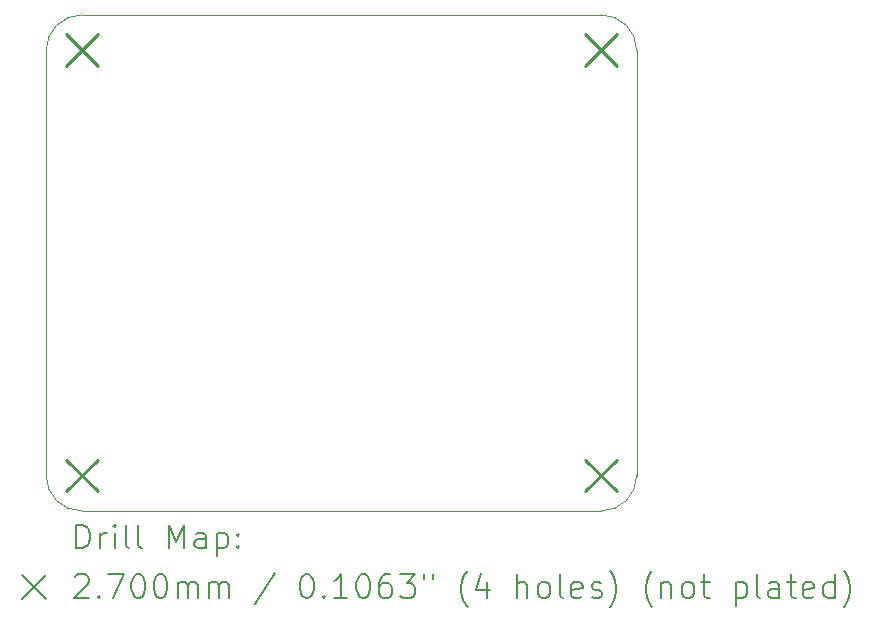
<source format=gbr>
%TF.GenerationSoftware,KiCad,Pcbnew,8.0.5-8.0.5-0~ubuntu24.04.1*%
%TF.CreationDate,2024-09-23T22:22:19+02:00*%
%TF.ProjectId,prova_fpga,70726f76-615f-4667-9067-612e6b696361,1.0*%
%TF.SameCoordinates,Original*%
%TF.FileFunction,Drillmap*%
%TF.FilePolarity,Positive*%
%FSLAX45Y45*%
G04 Gerber Fmt 4.5, Leading zero omitted, Abs format (unit mm)*
G04 Created by KiCad (PCBNEW 8.0.5-8.0.5-0~ubuntu24.04.1) date 2024-09-23 22:22:19*
%MOMM*%
%LPD*%
G01*
G04 APERTURE LIST*
%ADD10C,0.100000*%
%ADD11C,0.200000*%
%ADD12C,0.270000*%
G04 APERTURE END LIST*
D10*
X15750000Y-13000000D02*
G75*
G02*
X15450000Y-13300000I-300000J0D01*
G01*
X10750000Y-9400000D02*
G75*
G02*
X11050000Y-9100000I300000J0D01*
G01*
X11050000Y-9100000D02*
X15450000Y-9100000D01*
X11050000Y-13300000D02*
G75*
G02*
X10750000Y-13000000I0J300000D01*
G01*
X15750000Y-13000000D02*
X15750000Y-9400000D01*
X10750000Y-13000000D02*
X10750000Y-9400000D01*
X11050000Y-13300000D02*
X15450000Y-13300000D01*
X15450000Y-9100000D02*
G75*
G02*
X15750000Y-9400000I0J-300000D01*
G01*
D11*
D12*
X10915000Y-9265000D02*
X11185000Y-9535000D01*
X11185000Y-9265000D02*
X10915000Y-9535000D01*
X10915000Y-12865000D02*
X11185000Y-13135000D01*
X11185000Y-12865000D02*
X10915000Y-13135000D01*
X15315000Y-9265000D02*
X15585000Y-9535000D01*
X15585000Y-9265000D02*
X15315000Y-9535000D01*
X15315000Y-12865000D02*
X15585000Y-13135000D01*
X15585000Y-12865000D02*
X15315000Y-13135000D01*
D11*
X11005777Y-13616484D02*
X11005777Y-13416484D01*
X11005777Y-13416484D02*
X11053396Y-13416484D01*
X11053396Y-13416484D02*
X11081967Y-13426008D01*
X11081967Y-13426008D02*
X11101015Y-13445055D01*
X11101015Y-13445055D02*
X11110539Y-13464103D01*
X11110539Y-13464103D02*
X11120063Y-13502198D01*
X11120063Y-13502198D02*
X11120063Y-13530769D01*
X11120063Y-13530769D02*
X11110539Y-13568865D01*
X11110539Y-13568865D02*
X11101015Y-13587912D01*
X11101015Y-13587912D02*
X11081967Y-13606960D01*
X11081967Y-13606960D02*
X11053396Y-13616484D01*
X11053396Y-13616484D02*
X11005777Y-13616484D01*
X11205777Y-13616484D02*
X11205777Y-13483150D01*
X11205777Y-13521246D02*
X11215301Y-13502198D01*
X11215301Y-13502198D02*
X11224824Y-13492674D01*
X11224824Y-13492674D02*
X11243872Y-13483150D01*
X11243872Y-13483150D02*
X11262920Y-13483150D01*
X11329586Y-13616484D02*
X11329586Y-13483150D01*
X11329586Y-13416484D02*
X11320062Y-13426008D01*
X11320062Y-13426008D02*
X11329586Y-13435531D01*
X11329586Y-13435531D02*
X11339110Y-13426008D01*
X11339110Y-13426008D02*
X11329586Y-13416484D01*
X11329586Y-13416484D02*
X11329586Y-13435531D01*
X11453396Y-13616484D02*
X11434348Y-13606960D01*
X11434348Y-13606960D02*
X11424824Y-13587912D01*
X11424824Y-13587912D02*
X11424824Y-13416484D01*
X11558158Y-13616484D02*
X11539110Y-13606960D01*
X11539110Y-13606960D02*
X11529586Y-13587912D01*
X11529586Y-13587912D02*
X11529586Y-13416484D01*
X11786729Y-13616484D02*
X11786729Y-13416484D01*
X11786729Y-13416484D02*
X11853396Y-13559341D01*
X11853396Y-13559341D02*
X11920062Y-13416484D01*
X11920062Y-13416484D02*
X11920062Y-13616484D01*
X12101015Y-13616484D02*
X12101015Y-13511722D01*
X12101015Y-13511722D02*
X12091491Y-13492674D01*
X12091491Y-13492674D02*
X12072443Y-13483150D01*
X12072443Y-13483150D02*
X12034348Y-13483150D01*
X12034348Y-13483150D02*
X12015301Y-13492674D01*
X12101015Y-13606960D02*
X12081967Y-13616484D01*
X12081967Y-13616484D02*
X12034348Y-13616484D01*
X12034348Y-13616484D02*
X12015301Y-13606960D01*
X12015301Y-13606960D02*
X12005777Y-13587912D01*
X12005777Y-13587912D02*
X12005777Y-13568865D01*
X12005777Y-13568865D02*
X12015301Y-13549817D01*
X12015301Y-13549817D02*
X12034348Y-13540293D01*
X12034348Y-13540293D02*
X12081967Y-13540293D01*
X12081967Y-13540293D02*
X12101015Y-13530769D01*
X12196253Y-13483150D02*
X12196253Y-13683150D01*
X12196253Y-13492674D02*
X12215301Y-13483150D01*
X12215301Y-13483150D02*
X12253396Y-13483150D01*
X12253396Y-13483150D02*
X12272443Y-13492674D01*
X12272443Y-13492674D02*
X12281967Y-13502198D01*
X12281967Y-13502198D02*
X12291491Y-13521246D01*
X12291491Y-13521246D02*
X12291491Y-13578388D01*
X12291491Y-13578388D02*
X12281967Y-13597436D01*
X12281967Y-13597436D02*
X12272443Y-13606960D01*
X12272443Y-13606960D02*
X12253396Y-13616484D01*
X12253396Y-13616484D02*
X12215301Y-13616484D01*
X12215301Y-13616484D02*
X12196253Y-13606960D01*
X12377205Y-13597436D02*
X12386729Y-13606960D01*
X12386729Y-13606960D02*
X12377205Y-13616484D01*
X12377205Y-13616484D02*
X12367682Y-13606960D01*
X12367682Y-13606960D02*
X12377205Y-13597436D01*
X12377205Y-13597436D02*
X12377205Y-13616484D01*
X12377205Y-13492674D02*
X12386729Y-13502198D01*
X12386729Y-13502198D02*
X12377205Y-13511722D01*
X12377205Y-13511722D02*
X12367682Y-13502198D01*
X12367682Y-13502198D02*
X12377205Y-13492674D01*
X12377205Y-13492674D02*
X12377205Y-13511722D01*
X10545000Y-13845000D02*
X10745000Y-14045000D01*
X10745000Y-13845000D02*
X10545000Y-14045000D01*
X10996253Y-13855531D02*
X11005777Y-13846008D01*
X11005777Y-13846008D02*
X11024824Y-13836484D01*
X11024824Y-13836484D02*
X11072444Y-13836484D01*
X11072444Y-13836484D02*
X11091491Y-13846008D01*
X11091491Y-13846008D02*
X11101015Y-13855531D01*
X11101015Y-13855531D02*
X11110539Y-13874579D01*
X11110539Y-13874579D02*
X11110539Y-13893627D01*
X11110539Y-13893627D02*
X11101015Y-13922198D01*
X11101015Y-13922198D02*
X10986729Y-14036484D01*
X10986729Y-14036484D02*
X11110539Y-14036484D01*
X11196253Y-14017436D02*
X11205777Y-14026960D01*
X11205777Y-14026960D02*
X11196253Y-14036484D01*
X11196253Y-14036484D02*
X11186729Y-14026960D01*
X11186729Y-14026960D02*
X11196253Y-14017436D01*
X11196253Y-14017436D02*
X11196253Y-14036484D01*
X11272443Y-13836484D02*
X11405777Y-13836484D01*
X11405777Y-13836484D02*
X11320062Y-14036484D01*
X11520062Y-13836484D02*
X11539110Y-13836484D01*
X11539110Y-13836484D02*
X11558158Y-13846008D01*
X11558158Y-13846008D02*
X11567682Y-13855531D01*
X11567682Y-13855531D02*
X11577205Y-13874579D01*
X11577205Y-13874579D02*
X11586729Y-13912674D01*
X11586729Y-13912674D02*
X11586729Y-13960293D01*
X11586729Y-13960293D02*
X11577205Y-13998388D01*
X11577205Y-13998388D02*
X11567682Y-14017436D01*
X11567682Y-14017436D02*
X11558158Y-14026960D01*
X11558158Y-14026960D02*
X11539110Y-14036484D01*
X11539110Y-14036484D02*
X11520062Y-14036484D01*
X11520062Y-14036484D02*
X11501015Y-14026960D01*
X11501015Y-14026960D02*
X11491491Y-14017436D01*
X11491491Y-14017436D02*
X11481967Y-13998388D01*
X11481967Y-13998388D02*
X11472443Y-13960293D01*
X11472443Y-13960293D02*
X11472443Y-13912674D01*
X11472443Y-13912674D02*
X11481967Y-13874579D01*
X11481967Y-13874579D02*
X11491491Y-13855531D01*
X11491491Y-13855531D02*
X11501015Y-13846008D01*
X11501015Y-13846008D02*
X11520062Y-13836484D01*
X11710539Y-13836484D02*
X11729586Y-13836484D01*
X11729586Y-13836484D02*
X11748634Y-13846008D01*
X11748634Y-13846008D02*
X11758158Y-13855531D01*
X11758158Y-13855531D02*
X11767682Y-13874579D01*
X11767682Y-13874579D02*
X11777205Y-13912674D01*
X11777205Y-13912674D02*
X11777205Y-13960293D01*
X11777205Y-13960293D02*
X11767682Y-13998388D01*
X11767682Y-13998388D02*
X11758158Y-14017436D01*
X11758158Y-14017436D02*
X11748634Y-14026960D01*
X11748634Y-14026960D02*
X11729586Y-14036484D01*
X11729586Y-14036484D02*
X11710539Y-14036484D01*
X11710539Y-14036484D02*
X11691491Y-14026960D01*
X11691491Y-14026960D02*
X11681967Y-14017436D01*
X11681967Y-14017436D02*
X11672443Y-13998388D01*
X11672443Y-13998388D02*
X11662920Y-13960293D01*
X11662920Y-13960293D02*
X11662920Y-13912674D01*
X11662920Y-13912674D02*
X11672443Y-13874579D01*
X11672443Y-13874579D02*
X11681967Y-13855531D01*
X11681967Y-13855531D02*
X11691491Y-13846008D01*
X11691491Y-13846008D02*
X11710539Y-13836484D01*
X11862920Y-14036484D02*
X11862920Y-13903150D01*
X11862920Y-13922198D02*
X11872443Y-13912674D01*
X11872443Y-13912674D02*
X11891491Y-13903150D01*
X11891491Y-13903150D02*
X11920063Y-13903150D01*
X11920063Y-13903150D02*
X11939110Y-13912674D01*
X11939110Y-13912674D02*
X11948634Y-13931722D01*
X11948634Y-13931722D02*
X11948634Y-14036484D01*
X11948634Y-13931722D02*
X11958158Y-13912674D01*
X11958158Y-13912674D02*
X11977205Y-13903150D01*
X11977205Y-13903150D02*
X12005777Y-13903150D01*
X12005777Y-13903150D02*
X12024824Y-13912674D01*
X12024824Y-13912674D02*
X12034348Y-13931722D01*
X12034348Y-13931722D02*
X12034348Y-14036484D01*
X12129586Y-14036484D02*
X12129586Y-13903150D01*
X12129586Y-13922198D02*
X12139110Y-13912674D01*
X12139110Y-13912674D02*
X12158158Y-13903150D01*
X12158158Y-13903150D02*
X12186729Y-13903150D01*
X12186729Y-13903150D02*
X12205777Y-13912674D01*
X12205777Y-13912674D02*
X12215301Y-13931722D01*
X12215301Y-13931722D02*
X12215301Y-14036484D01*
X12215301Y-13931722D02*
X12224824Y-13912674D01*
X12224824Y-13912674D02*
X12243872Y-13903150D01*
X12243872Y-13903150D02*
X12272443Y-13903150D01*
X12272443Y-13903150D02*
X12291491Y-13912674D01*
X12291491Y-13912674D02*
X12301015Y-13931722D01*
X12301015Y-13931722D02*
X12301015Y-14036484D01*
X12691491Y-13826960D02*
X12520063Y-14084103D01*
X12948634Y-13836484D02*
X12967682Y-13836484D01*
X12967682Y-13836484D02*
X12986729Y-13846008D01*
X12986729Y-13846008D02*
X12996253Y-13855531D01*
X12996253Y-13855531D02*
X13005777Y-13874579D01*
X13005777Y-13874579D02*
X13015301Y-13912674D01*
X13015301Y-13912674D02*
X13015301Y-13960293D01*
X13015301Y-13960293D02*
X13005777Y-13998388D01*
X13005777Y-13998388D02*
X12996253Y-14017436D01*
X12996253Y-14017436D02*
X12986729Y-14026960D01*
X12986729Y-14026960D02*
X12967682Y-14036484D01*
X12967682Y-14036484D02*
X12948634Y-14036484D01*
X12948634Y-14036484D02*
X12929586Y-14026960D01*
X12929586Y-14026960D02*
X12920063Y-14017436D01*
X12920063Y-14017436D02*
X12910539Y-13998388D01*
X12910539Y-13998388D02*
X12901015Y-13960293D01*
X12901015Y-13960293D02*
X12901015Y-13912674D01*
X12901015Y-13912674D02*
X12910539Y-13874579D01*
X12910539Y-13874579D02*
X12920063Y-13855531D01*
X12920063Y-13855531D02*
X12929586Y-13846008D01*
X12929586Y-13846008D02*
X12948634Y-13836484D01*
X13101015Y-14017436D02*
X13110539Y-14026960D01*
X13110539Y-14026960D02*
X13101015Y-14036484D01*
X13101015Y-14036484D02*
X13091491Y-14026960D01*
X13091491Y-14026960D02*
X13101015Y-14017436D01*
X13101015Y-14017436D02*
X13101015Y-14036484D01*
X13301015Y-14036484D02*
X13186729Y-14036484D01*
X13243872Y-14036484D02*
X13243872Y-13836484D01*
X13243872Y-13836484D02*
X13224825Y-13865055D01*
X13224825Y-13865055D02*
X13205777Y-13884103D01*
X13205777Y-13884103D02*
X13186729Y-13893627D01*
X13424825Y-13836484D02*
X13443872Y-13836484D01*
X13443872Y-13836484D02*
X13462920Y-13846008D01*
X13462920Y-13846008D02*
X13472444Y-13855531D01*
X13472444Y-13855531D02*
X13481967Y-13874579D01*
X13481967Y-13874579D02*
X13491491Y-13912674D01*
X13491491Y-13912674D02*
X13491491Y-13960293D01*
X13491491Y-13960293D02*
X13481967Y-13998388D01*
X13481967Y-13998388D02*
X13472444Y-14017436D01*
X13472444Y-14017436D02*
X13462920Y-14026960D01*
X13462920Y-14026960D02*
X13443872Y-14036484D01*
X13443872Y-14036484D02*
X13424825Y-14036484D01*
X13424825Y-14036484D02*
X13405777Y-14026960D01*
X13405777Y-14026960D02*
X13396253Y-14017436D01*
X13396253Y-14017436D02*
X13386729Y-13998388D01*
X13386729Y-13998388D02*
X13377206Y-13960293D01*
X13377206Y-13960293D02*
X13377206Y-13912674D01*
X13377206Y-13912674D02*
X13386729Y-13874579D01*
X13386729Y-13874579D02*
X13396253Y-13855531D01*
X13396253Y-13855531D02*
X13405777Y-13846008D01*
X13405777Y-13846008D02*
X13424825Y-13836484D01*
X13662920Y-13836484D02*
X13624825Y-13836484D01*
X13624825Y-13836484D02*
X13605777Y-13846008D01*
X13605777Y-13846008D02*
X13596253Y-13855531D01*
X13596253Y-13855531D02*
X13577206Y-13884103D01*
X13577206Y-13884103D02*
X13567682Y-13922198D01*
X13567682Y-13922198D02*
X13567682Y-13998388D01*
X13567682Y-13998388D02*
X13577206Y-14017436D01*
X13577206Y-14017436D02*
X13586729Y-14026960D01*
X13586729Y-14026960D02*
X13605777Y-14036484D01*
X13605777Y-14036484D02*
X13643872Y-14036484D01*
X13643872Y-14036484D02*
X13662920Y-14026960D01*
X13662920Y-14026960D02*
X13672444Y-14017436D01*
X13672444Y-14017436D02*
X13681967Y-13998388D01*
X13681967Y-13998388D02*
X13681967Y-13950769D01*
X13681967Y-13950769D02*
X13672444Y-13931722D01*
X13672444Y-13931722D02*
X13662920Y-13922198D01*
X13662920Y-13922198D02*
X13643872Y-13912674D01*
X13643872Y-13912674D02*
X13605777Y-13912674D01*
X13605777Y-13912674D02*
X13586729Y-13922198D01*
X13586729Y-13922198D02*
X13577206Y-13931722D01*
X13577206Y-13931722D02*
X13567682Y-13950769D01*
X13748634Y-13836484D02*
X13872444Y-13836484D01*
X13872444Y-13836484D02*
X13805777Y-13912674D01*
X13805777Y-13912674D02*
X13834348Y-13912674D01*
X13834348Y-13912674D02*
X13853396Y-13922198D01*
X13853396Y-13922198D02*
X13862920Y-13931722D01*
X13862920Y-13931722D02*
X13872444Y-13950769D01*
X13872444Y-13950769D02*
X13872444Y-13998388D01*
X13872444Y-13998388D02*
X13862920Y-14017436D01*
X13862920Y-14017436D02*
X13853396Y-14026960D01*
X13853396Y-14026960D02*
X13834348Y-14036484D01*
X13834348Y-14036484D02*
X13777206Y-14036484D01*
X13777206Y-14036484D02*
X13758158Y-14026960D01*
X13758158Y-14026960D02*
X13748634Y-14017436D01*
X13948634Y-13836484D02*
X13948634Y-13874579D01*
X14024825Y-13836484D02*
X14024825Y-13874579D01*
X14320063Y-14112674D02*
X14310539Y-14103150D01*
X14310539Y-14103150D02*
X14291491Y-14074579D01*
X14291491Y-14074579D02*
X14281968Y-14055531D01*
X14281968Y-14055531D02*
X14272444Y-14026960D01*
X14272444Y-14026960D02*
X14262920Y-13979341D01*
X14262920Y-13979341D02*
X14262920Y-13941246D01*
X14262920Y-13941246D02*
X14272444Y-13893627D01*
X14272444Y-13893627D02*
X14281968Y-13865055D01*
X14281968Y-13865055D02*
X14291491Y-13846008D01*
X14291491Y-13846008D02*
X14310539Y-13817436D01*
X14310539Y-13817436D02*
X14320063Y-13807912D01*
X14481968Y-13903150D02*
X14481968Y-14036484D01*
X14434348Y-13826960D02*
X14386729Y-13969817D01*
X14386729Y-13969817D02*
X14510539Y-13969817D01*
X14739110Y-14036484D02*
X14739110Y-13836484D01*
X14824825Y-14036484D02*
X14824825Y-13931722D01*
X14824825Y-13931722D02*
X14815301Y-13912674D01*
X14815301Y-13912674D02*
X14796253Y-13903150D01*
X14796253Y-13903150D02*
X14767682Y-13903150D01*
X14767682Y-13903150D02*
X14748634Y-13912674D01*
X14748634Y-13912674D02*
X14739110Y-13922198D01*
X14948634Y-14036484D02*
X14929587Y-14026960D01*
X14929587Y-14026960D02*
X14920063Y-14017436D01*
X14920063Y-14017436D02*
X14910539Y-13998388D01*
X14910539Y-13998388D02*
X14910539Y-13941246D01*
X14910539Y-13941246D02*
X14920063Y-13922198D01*
X14920063Y-13922198D02*
X14929587Y-13912674D01*
X14929587Y-13912674D02*
X14948634Y-13903150D01*
X14948634Y-13903150D02*
X14977206Y-13903150D01*
X14977206Y-13903150D02*
X14996253Y-13912674D01*
X14996253Y-13912674D02*
X15005777Y-13922198D01*
X15005777Y-13922198D02*
X15015301Y-13941246D01*
X15015301Y-13941246D02*
X15015301Y-13998388D01*
X15015301Y-13998388D02*
X15005777Y-14017436D01*
X15005777Y-14017436D02*
X14996253Y-14026960D01*
X14996253Y-14026960D02*
X14977206Y-14036484D01*
X14977206Y-14036484D02*
X14948634Y-14036484D01*
X15129587Y-14036484D02*
X15110539Y-14026960D01*
X15110539Y-14026960D02*
X15101015Y-14007912D01*
X15101015Y-14007912D02*
X15101015Y-13836484D01*
X15281968Y-14026960D02*
X15262920Y-14036484D01*
X15262920Y-14036484D02*
X15224825Y-14036484D01*
X15224825Y-14036484D02*
X15205777Y-14026960D01*
X15205777Y-14026960D02*
X15196253Y-14007912D01*
X15196253Y-14007912D02*
X15196253Y-13931722D01*
X15196253Y-13931722D02*
X15205777Y-13912674D01*
X15205777Y-13912674D02*
X15224825Y-13903150D01*
X15224825Y-13903150D02*
X15262920Y-13903150D01*
X15262920Y-13903150D02*
X15281968Y-13912674D01*
X15281968Y-13912674D02*
X15291491Y-13931722D01*
X15291491Y-13931722D02*
X15291491Y-13950769D01*
X15291491Y-13950769D02*
X15196253Y-13969817D01*
X15367682Y-14026960D02*
X15386730Y-14036484D01*
X15386730Y-14036484D02*
X15424825Y-14036484D01*
X15424825Y-14036484D02*
X15443872Y-14026960D01*
X15443872Y-14026960D02*
X15453396Y-14007912D01*
X15453396Y-14007912D02*
X15453396Y-13998388D01*
X15453396Y-13998388D02*
X15443872Y-13979341D01*
X15443872Y-13979341D02*
X15424825Y-13969817D01*
X15424825Y-13969817D02*
X15396253Y-13969817D01*
X15396253Y-13969817D02*
X15377206Y-13960293D01*
X15377206Y-13960293D02*
X15367682Y-13941246D01*
X15367682Y-13941246D02*
X15367682Y-13931722D01*
X15367682Y-13931722D02*
X15377206Y-13912674D01*
X15377206Y-13912674D02*
X15396253Y-13903150D01*
X15396253Y-13903150D02*
X15424825Y-13903150D01*
X15424825Y-13903150D02*
X15443872Y-13912674D01*
X15520063Y-14112674D02*
X15529587Y-14103150D01*
X15529587Y-14103150D02*
X15548634Y-14074579D01*
X15548634Y-14074579D02*
X15558158Y-14055531D01*
X15558158Y-14055531D02*
X15567682Y-14026960D01*
X15567682Y-14026960D02*
X15577206Y-13979341D01*
X15577206Y-13979341D02*
X15577206Y-13941246D01*
X15577206Y-13941246D02*
X15567682Y-13893627D01*
X15567682Y-13893627D02*
X15558158Y-13865055D01*
X15558158Y-13865055D02*
X15548634Y-13846008D01*
X15548634Y-13846008D02*
X15529587Y-13817436D01*
X15529587Y-13817436D02*
X15520063Y-13807912D01*
X15881968Y-14112674D02*
X15872444Y-14103150D01*
X15872444Y-14103150D02*
X15853396Y-14074579D01*
X15853396Y-14074579D02*
X15843872Y-14055531D01*
X15843872Y-14055531D02*
X15834349Y-14026960D01*
X15834349Y-14026960D02*
X15824825Y-13979341D01*
X15824825Y-13979341D02*
X15824825Y-13941246D01*
X15824825Y-13941246D02*
X15834349Y-13893627D01*
X15834349Y-13893627D02*
X15843872Y-13865055D01*
X15843872Y-13865055D02*
X15853396Y-13846008D01*
X15853396Y-13846008D02*
X15872444Y-13817436D01*
X15872444Y-13817436D02*
X15881968Y-13807912D01*
X15958158Y-13903150D02*
X15958158Y-14036484D01*
X15958158Y-13922198D02*
X15967682Y-13912674D01*
X15967682Y-13912674D02*
X15986730Y-13903150D01*
X15986730Y-13903150D02*
X16015301Y-13903150D01*
X16015301Y-13903150D02*
X16034349Y-13912674D01*
X16034349Y-13912674D02*
X16043872Y-13931722D01*
X16043872Y-13931722D02*
X16043872Y-14036484D01*
X16167682Y-14036484D02*
X16148634Y-14026960D01*
X16148634Y-14026960D02*
X16139111Y-14017436D01*
X16139111Y-14017436D02*
X16129587Y-13998388D01*
X16129587Y-13998388D02*
X16129587Y-13941246D01*
X16129587Y-13941246D02*
X16139111Y-13922198D01*
X16139111Y-13922198D02*
X16148634Y-13912674D01*
X16148634Y-13912674D02*
X16167682Y-13903150D01*
X16167682Y-13903150D02*
X16196253Y-13903150D01*
X16196253Y-13903150D02*
X16215301Y-13912674D01*
X16215301Y-13912674D02*
X16224825Y-13922198D01*
X16224825Y-13922198D02*
X16234349Y-13941246D01*
X16234349Y-13941246D02*
X16234349Y-13998388D01*
X16234349Y-13998388D02*
X16224825Y-14017436D01*
X16224825Y-14017436D02*
X16215301Y-14026960D01*
X16215301Y-14026960D02*
X16196253Y-14036484D01*
X16196253Y-14036484D02*
X16167682Y-14036484D01*
X16291492Y-13903150D02*
X16367682Y-13903150D01*
X16320063Y-13836484D02*
X16320063Y-14007912D01*
X16320063Y-14007912D02*
X16329587Y-14026960D01*
X16329587Y-14026960D02*
X16348634Y-14036484D01*
X16348634Y-14036484D02*
X16367682Y-14036484D01*
X16586730Y-13903150D02*
X16586730Y-14103150D01*
X16586730Y-13912674D02*
X16605777Y-13903150D01*
X16605777Y-13903150D02*
X16643873Y-13903150D01*
X16643873Y-13903150D02*
X16662920Y-13912674D01*
X16662920Y-13912674D02*
X16672444Y-13922198D01*
X16672444Y-13922198D02*
X16681968Y-13941246D01*
X16681968Y-13941246D02*
X16681968Y-13998388D01*
X16681968Y-13998388D02*
X16672444Y-14017436D01*
X16672444Y-14017436D02*
X16662920Y-14026960D01*
X16662920Y-14026960D02*
X16643873Y-14036484D01*
X16643873Y-14036484D02*
X16605777Y-14036484D01*
X16605777Y-14036484D02*
X16586730Y-14026960D01*
X16796254Y-14036484D02*
X16777206Y-14026960D01*
X16777206Y-14026960D02*
X16767682Y-14007912D01*
X16767682Y-14007912D02*
X16767682Y-13836484D01*
X16958158Y-14036484D02*
X16958158Y-13931722D01*
X16958158Y-13931722D02*
X16948635Y-13912674D01*
X16948635Y-13912674D02*
X16929587Y-13903150D01*
X16929587Y-13903150D02*
X16891492Y-13903150D01*
X16891492Y-13903150D02*
X16872444Y-13912674D01*
X16958158Y-14026960D02*
X16939111Y-14036484D01*
X16939111Y-14036484D02*
X16891492Y-14036484D01*
X16891492Y-14036484D02*
X16872444Y-14026960D01*
X16872444Y-14026960D02*
X16862920Y-14007912D01*
X16862920Y-14007912D02*
X16862920Y-13988865D01*
X16862920Y-13988865D02*
X16872444Y-13969817D01*
X16872444Y-13969817D02*
X16891492Y-13960293D01*
X16891492Y-13960293D02*
X16939111Y-13960293D01*
X16939111Y-13960293D02*
X16958158Y-13950769D01*
X17024825Y-13903150D02*
X17101015Y-13903150D01*
X17053396Y-13836484D02*
X17053396Y-14007912D01*
X17053396Y-14007912D02*
X17062920Y-14026960D01*
X17062920Y-14026960D02*
X17081968Y-14036484D01*
X17081968Y-14036484D02*
X17101015Y-14036484D01*
X17243873Y-14026960D02*
X17224825Y-14036484D01*
X17224825Y-14036484D02*
X17186730Y-14036484D01*
X17186730Y-14036484D02*
X17167682Y-14026960D01*
X17167682Y-14026960D02*
X17158158Y-14007912D01*
X17158158Y-14007912D02*
X17158158Y-13931722D01*
X17158158Y-13931722D02*
X17167682Y-13912674D01*
X17167682Y-13912674D02*
X17186730Y-13903150D01*
X17186730Y-13903150D02*
X17224825Y-13903150D01*
X17224825Y-13903150D02*
X17243873Y-13912674D01*
X17243873Y-13912674D02*
X17253396Y-13931722D01*
X17253396Y-13931722D02*
X17253396Y-13950769D01*
X17253396Y-13950769D02*
X17158158Y-13969817D01*
X17424825Y-14036484D02*
X17424825Y-13836484D01*
X17424825Y-14026960D02*
X17405777Y-14036484D01*
X17405777Y-14036484D02*
X17367682Y-14036484D01*
X17367682Y-14036484D02*
X17348635Y-14026960D01*
X17348635Y-14026960D02*
X17339111Y-14017436D01*
X17339111Y-14017436D02*
X17329587Y-13998388D01*
X17329587Y-13998388D02*
X17329587Y-13941246D01*
X17329587Y-13941246D02*
X17339111Y-13922198D01*
X17339111Y-13922198D02*
X17348635Y-13912674D01*
X17348635Y-13912674D02*
X17367682Y-13903150D01*
X17367682Y-13903150D02*
X17405777Y-13903150D01*
X17405777Y-13903150D02*
X17424825Y-13912674D01*
X17501016Y-14112674D02*
X17510539Y-14103150D01*
X17510539Y-14103150D02*
X17529587Y-14074579D01*
X17529587Y-14074579D02*
X17539111Y-14055531D01*
X17539111Y-14055531D02*
X17548635Y-14026960D01*
X17548635Y-14026960D02*
X17558158Y-13979341D01*
X17558158Y-13979341D02*
X17558158Y-13941246D01*
X17558158Y-13941246D02*
X17548635Y-13893627D01*
X17548635Y-13893627D02*
X17539111Y-13865055D01*
X17539111Y-13865055D02*
X17529587Y-13846008D01*
X17529587Y-13846008D02*
X17510539Y-13817436D01*
X17510539Y-13817436D02*
X17501016Y-13807912D01*
M02*

</source>
